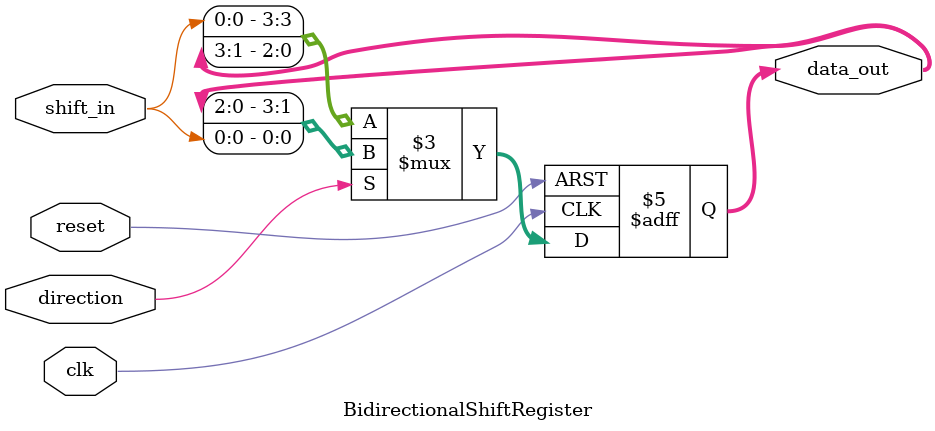
<source format=v>
`timescale 1ns / 1ps

module BidirectionalShiftRegister (
    input clk,
    input reset,
    input direction,
    input shift_in,
    output reg [3:0] data_out
);
    always @(posedge clk or posedge reset) begin
        if (reset)
            data_out <= 4'b0000;
        else begin
            if (direction)
                data_out <= {data_out[2:0], shift_in};
            else
                data_out <= {shift_in, data_out[3:1]};
        end
    end
endmodule


</source>
